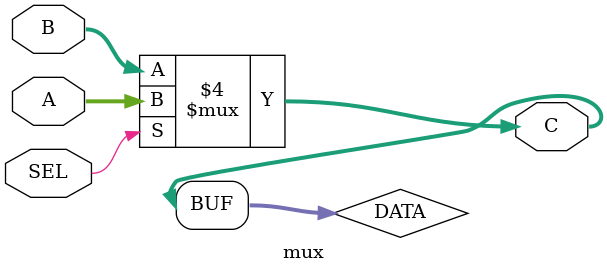
<source format=v>
`timescale 1ns / 1ps


module mux(A,B,SEL,C);
    parameter WIDTH = 8;
    input [WIDTH-1:0] A,B;
    input SEL;
    output [WIDTH-1:0] C;
    reg [WIDTH-1:0] DATA;
    always@(SEL)begin
        if(SEL == 1)
           DATA = A;
        else
           DATA = B;    
    end
    assign C = DATA[WIDTH-1:0];
endmodule

</source>
